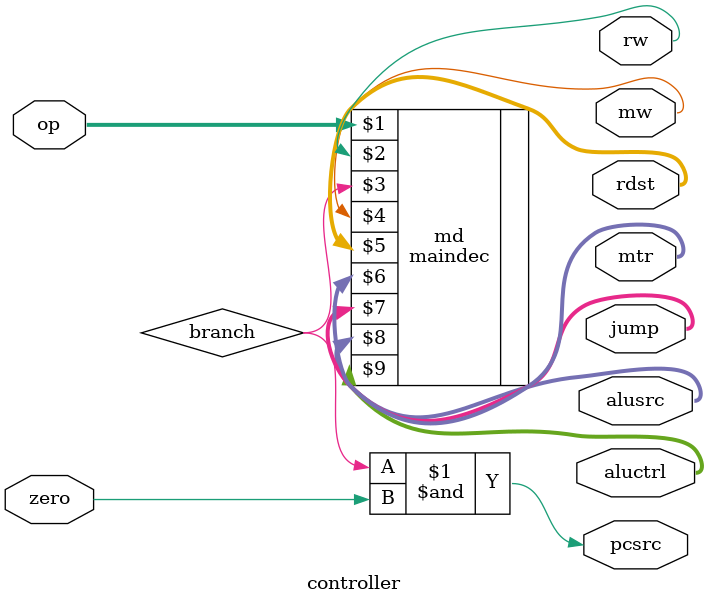
<source format=sv>
`ifndef controller
`define controler
`timescale 1ns/100ps

`include "../maindec/maindec.sv"

module controller (
    input logic [3:0] op,
    input logic zero,
    output logic rw, mw, pcsrc,
    output logic [1:0] rdst, mtr, jump, alusrc,
    output logic [2:0] aluctrl
    );


    logic branch;
    maindec md(
        op,
        rw,
        branch,
        mw,
        rdst,
        mtr,
        jump,
        alusrc,
        aluctrl
        );
    assign pcsrc = branch & zero;
endmodule

`endif // CONTROLLER
</source>
